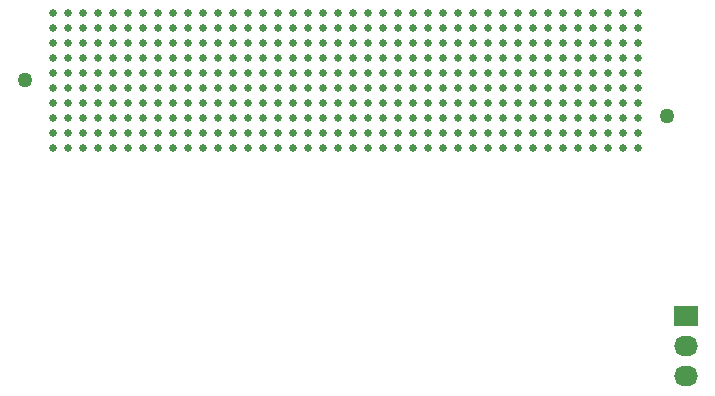
<source format=gbs>
G04 #@! TF.FileFunction,Soldermask,Bot*
%FSLAX46Y46*%
G04 Gerber Fmt 4.6, Leading zero omitted, Abs format (unit mm)*
G04 Created by KiCad (PCBNEW 4.0.4-stable) date Mon Nov 14 15:58:05 2016*
%MOMM*%
%LPD*%
G01*
G04 APERTURE LIST*
%ADD10C,0.100000*%
%ADD11C,0.635000*%
%ADD12C,1.270000*%
%ADD13R,2.032000X1.727200*%
%ADD14O,2.032000X1.727200*%
G04 APERTURE END LIST*
D10*
D11*
X173895000Y-80275000D03*
X173895000Y-81545000D03*
X173895000Y-82815000D03*
X173895000Y-84085000D03*
X173895000Y-85355000D03*
X173895000Y-86625000D03*
X173895000Y-87895000D03*
X173895000Y-89165000D03*
X173895000Y-90435000D03*
X173895000Y-91705000D03*
X175165000Y-80275000D03*
X175165000Y-81545000D03*
X175165000Y-82815000D03*
X175165000Y-84085000D03*
X175165000Y-85355000D03*
X175165000Y-86625000D03*
X175165000Y-87895000D03*
X175165000Y-89165000D03*
X175165000Y-90435000D03*
X175165000Y-91705000D03*
X176435000Y-80275000D03*
X176435000Y-81545000D03*
X176435000Y-82815000D03*
X176435000Y-84085000D03*
X176435000Y-85355000D03*
X176435000Y-86625000D03*
X176435000Y-87895000D03*
X176435000Y-89165000D03*
X176435000Y-90435000D03*
X176435000Y-91705000D03*
X177705000Y-80275000D03*
X177705000Y-81545000D03*
X177705000Y-82815000D03*
X177705000Y-84085000D03*
X177705000Y-85355000D03*
X177705000Y-86625000D03*
X177705000Y-87895000D03*
X177705000Y-89165000D03*
X177705000Y-90435000D03*
X177705000Y-91705000D03*
X178975000Y-80275000D03*
X178975000Y-81545000D03*
X178975000Y-82815000D03*
X178975000Y-84085000D03*
X178975000Y-85355000D03*
X178975000Y-86625000D03*
X178975000Y-87895000D03*
X178975000Y-89165000D03*
X178975000Y-90435000D03*
X178975000Y-91705000D03*
X180245000Y-80275000D03*
X180245000Y-81545000D03*
X180245000Y-82815000D03*
X180245000Y-84085000D03*
X180245000Y-85355000D03*
X180245000Y-86625000D03*
X180245000Y-87895000D03*
X180245000Y-89165000D03*
X180245000Y-90435000D03*
X180245000Y-91705000D03*
X181515000Y-80275000D03*
X181515000Y-81545000D03*
X181515000Y-82815000D03*
X181515000Y-84085000D03*
X181515000Y-85355000D03*
X181515000Y-86625000D03*
X181515000Y-87895000D03*
X181515000Y-89165000D03*
X181515000Y-90435000D03*
X181515000Y-91705000D03*
X182785000Y-80275000D03*
X182785000Y-81545000D03*
X182785000Y-82815000D03*
X182785000Y-84085000D03*
X182785000Y-85355000D03*
X182785000Y-86625000D03*
X182785000Y-87895000D03*
X182785000Y-89165000D03*
X182785000Y-90435000D03*
X182785000Y-91705000D03*
X184055000Y-80275000D03*
X184055000Y-81545000D03*
X184055000Y-82815000D03*
X184055000Y-84085000D03*
X184055000Y-85355000D03*
X184055000Y-86625000D03*
X184055000Y-87895000D03*
X184055000Y-89165000D03*
X184055000Y-90435000D03*
X184055000Y-91705000D03*
X185325000Y-80275000D03*
X185325000Y-81545000D03*
X185325000Y-82815000D03*
X185325000Y-84085000D03*
X185325000Y-85355000D03*
X185325000Y-86625000D03*
X185325000Y-87895000D03*
X185325000Y-89165000D03*
X185325000Y-90435000D03*
X185325000Y-91705000D03*
X186595000Y-80275000D03*
X186595000Y-81545000D03*
X186595000Y-82815000D03*
X186595000Y-84085000D03*
X186595000Y-85355000D03*
X186595000Y-86625000D03*
X186595000Y-87895000D03*
X186595000Y-89165000D03*
X186595000Y-90435000D03*
X186595000Y-91705000D03*
X187865000Y-80275000D03*
X187865000Y-81545000D03*
X187865000Y-82815000D03*
X187865000Y-84085000D03*
X187865000Y-85355000D03*
X187865000Y-86625000D03*
X187865000Y-87895000D03*
X187865000Y-89165000D03*
X187865000Y-90435000D03*
X187865000Y-91705000D03*
X189135000Y-80275000D03*
X189135000Y-81545000D03*
X189135000Y-82815000D03*
X189135000Y-84085000D03*
X189135000Y-85355000D03*
X189135000Y-86625000D03*
X189135000Y-87895000D03*
X189135000Y-89165000D03*
X189135000Y-90435000D03*
X189135000Y-91705000D03*
X190405000Y-80275000D03*
X190405000Y-81545000D03*
X190405000Y-82815000D03*
X190405000Y-84085000D03*
X190405000Y-85355000D03*
X190405000Y-86625000D03*
X190405000Y-87895000D03*
X190405000Y-89165000D03*
X190405000Y-90435000D03*
X190405000Y-91705000D03*
X191675000Y-80275000D03*
X191675000Y-81545000D03*
X191675000Y-82815000D03*
X191675000Y-84085000D03*
X191675000Y-85355000D03*
X191675000Y-86625000D03*
X191675000Y-87895000D03*
X191675000Y-89165000D03*
X191675000Y-90435000D03*
X191675000Y-91705000D03*
X192945000Y-80275000D03*
X192945000Y-81545000D03*
X192945000Y-82815000D03*
X192945000Y-84085000D03*
X192945000Y-85355000D03*
X192945000Y-86625000D03*
X192945000Y-87895000D03*
X192945000Y-89165000D03*
X192945000Y-90435000D03*
X192945000Y-91705000D03*
X194215000Y-80275000D03*
X194215000Y-81545000D03*
X194215000Y-82815000D03*
X194215000Y-84085000D03*
X194215000Y-85355000D03*
X194215000Y-86625000D03*
X194215000Y-87895000D03*
X194215000Y-89165000D03*
X194215000Y-90435000D03*
X194215000Y-91705000D03*
X195485000Y-80275000D03*
X195485000Y-81545000D03*
X195485000Y-82815000D03*
X195485000Y-84085000D03*
X195485000Y-85355000D03*
X195485000Y-86625000D03*
X195485000Y-87895000D03*
X195485000Y-89165000D03*
X195485000Y-90435000D03*
X195485000Y-91705000D03*
X196755000Y-80275000D03*
X196755000Y-81545000D03*
X196755000Y-82815000D03*
X196755000Y-84085000D03*
X196755000Y-85355000D03*
X196755000Y-86625000D03*
X196755000Y-87895000D03*
X196755000Y-89165000D03*
X196755000Y-90435000D03*
X196755000Y-91705000D03*
X198025000Y-80275000D03*
X198025000Y-81545000D03*
X198025000Y-82815000D03*
X198025000Y-84085000D03*
X198025000Y-85355000D03*
X198025000Y-86625000D03*
X198025000Y-87895000D03*
X198025000Y-89165000D03*
X198025000Y-90435000D03*
X198025000Y-91705000D03*
X199295000Y-80275000D03*
X199295000Y-81545000D03*
X199295000Y-82815000D03*
X199295000Y-84085000D03*
X199295000Y-85355000D03*
X199295000Y-86625000D03*
X199295000Y-87895000D03*
X199295000Y-89165000D03*
X199295000Y-90435000D03*
X199295000Y-91705000D03*
X200565000Y-80275000D03*
X200565000Y-81545000D03*
X200565000Y-82815000D03*
X200565000Y-84085000D03*
X200565000Y-85355000D03*
X200565000Y-86625000D03*
X200565000Y-87895000D03*
X200565000Y-89165000D03*
X200565000Y-90435000D03*
X200565000Y-91705000D03*
X201835000Y-80275000D03*
X201835000Y-81545000D03*
X201835000Y-82815000D03*
X201835000Y-84085000D03*
X201835000Y-85355000D03*
X201835000Y-86625000D03*
X201835000Y-87895000D03*
X201835000Y-89165000D03*
X201835000Y-90435000D03*
X201835000Y-91705000D03*
X203105000Y-80275000D03*
X203105000Y-81545000D03*
X203105000Y-82815000D03*
X203105000Y-84085000D03*
X203105000Y-85355000D03*
X203105000Y-86625000D03*
X203105000Y-87895000D03*
X203105000Y-89165000D03*
X203105000Y-90435000D03*
X203105000Y-91705000D03*
X204375000Y-80275000D03*
X204375000Y-81545000D03*
X204375000Y-82815000D03*
X204375000Y-84085000D03*
X204375000Y-85355000D03*
X204375000Y-86625000D03*
X204375000Y-87895000D03*
X204375000Y-89165000D03*
X204375000Y-90435000D03*
X204375000Y-91705000D03*
X205645000Y-80275000D03*
X205645000Y-81545000D03*
X205645000Y-82815000D03*
X205645000Y-84085000D03*
X205645000Y-85355000D03*
X205645000Y-86625000D03*
X205645000Y-87895000D03*
X205645000Y-89165000D03*
X205645000Y-90435000D03*
X205645000Y-91705000D03*
X206915000Y-80275000D03*
X206915000Y-81545000D03*
X206915000Y-82815000D03*
X206915000Y-84085000D03*
X206915000Y-85355000D03*
X206915000Y-86625000D03*
X206915000Y-87895000D03*
X206915000Y-89165000D03*
X206915000Y-90435000D03*
X206915000Y-91705000D03*
X208185000Y-80275000D03*
X208185000Y-81545000D03*
X208185000Y-82815000D03*
X208185000Y-84085000D03*
X208185000Y-85355000D03*
X208185000Y-86625000D03*
X208185000Y-87895000D03*
X208185000Y-89165000D03*
X208185000Y-90435000D03*
X208185000Y-91705000D03*
X209455000Y-80275000D03*
X209455000Y-81545000D03*
X209455000Y-82815000D03*
X209455000Y-84085000D03*
X209455000Y-85355000D03*
X209455000Y-86625000D03*
X209455000Y-87895000D03*
X209455000Y-89165000D03*
X209455000Y-90435000D03*
X209455000Y-91705000D03*
X210725000Y-80275000D03*
X210725000Y-81545000D03*
X210725000Y-82815000D03*
X210725000Y-84085000D03*
X210725000Y-85355000D03*
X210725000Y-86625000D03*
X210725000Y-87895000D03*
X210725000Y-89165000D03*
X210725000Y-90435000D03*
X210725000Y-91705000D03*
X211995000Y-80275000D03*
X211995000Y-81545000D03*
X211995000Y-82815000D03*
X211995000Y-84085000D03*
X211995000Y-85355000D03*
X211995000Y-86625000D03*
X211995000Y-87895000D03*
X211995000Y-89165000D03*
X211995000Y-90435000D03*
X211995000Y-91705000D03*
X213265000Y-80275000D03*
X213265000Y-81545000D03*
X213265000Y-82815000D03*
X213265000Y-84085000D03*
X213265000Y-85355000D03*
X213265000Y-86625000D03*
X213265000Y-87895000D03*
X213265000Y-89165000D03*
X213265000Y-90435000D03*
X213265000Y-91705000D03*
X214535000Y-80275000D03*
X214535000Y-81545000D03*
X214535000Y-82815000D03*
X214535000Y-84085000D03*
X214535000Y-85355000D03*
X214535000Y-86625000D03*
X214535000Y-87895000D03*
X214535000Y-89165000D03*
X214535000Y-90435000D03*
X214535000Y-91705000D03*
X215805000Y-80275000D03*
X215805000Y-81545000D03*
X215805000Y-82815000D03*
X215805000Y-84085000D03*
X215805000Y-85355000D03*
X215805000Y-86625000D03*
X215805000Y-87895000D03*
X215805000Y-89165000D03*
X215805000Y-90435000D03*
X215805000Y-91705000D03*
X217075000Y-80275000D03*
X217075000Y-81545000D03*
X217075000Y-82815000D03*
X217075000Y-84085000D03*
X217075000Y-85355000D03*
X217075000Y-86625000D03*
X217075000Y-87895000D03*
X217075000Y-89165000D03*
X217075000Y-90435000D03*
X217075000Y-91705000D03*
X218345000Y-80275000D03*
X218345000Y-81545000D03*
X218345000Y-82815000D03*
X218345000Y-84085000D03*
X218345000Y-85355000D03*
X218345000Y-86625000D03*
X218345000Y-87895000D03*
X218345000Y-89165000D03*
X218345000Y-90435000D03*
X218345000Y-91705000D03*
X219615000Y-80275000D03*
X219615000Y-81545000D03*
X219615000Y-82815000D03*
X219615000Y-84085000D03*
X219615000Y-85355000D03*
X219615000Y-86625000D03*
X219615000Y-87895000D03*
X219615000Y-89165000D03*
X219615000Y-90435000D03*
X219615000Y-91705000D03*
X220885000Y-80275000D03*
X220885000Y-81545000D03*
X220885000Y-82815000D03*
X220885000Y-84085000D03*
X220885000Y-85355000D03*
X220885000Y-86625000D03*
X220885000Y-87895000D03*
X220885000Y-89165000D03*
X220885000Y-90435000D03*
X220885000Y-91705000D03*
X222155000Y-80275000D03*
X222155000Y-81545000D03*
X222155000Y-82815000D03*
X222155000Y-84085000D03*
X222155000Y-85355000D03*
X222155000Y-86625000D03*
X222155000Y-87895000D03*
X222155000Y-89165000D03*
X222155000Y-90435000D03*
X222155000Y-91705000D03*
X223425000Y-80275000D03*
X223425000Y-81545000D03*
X223425000Y-82815000D03*
X223425000Y-84085000D03*
X223425000Y-85355000D03*
X223425000Y-86625000D03*
X223425000Y-87895000D03*
X223425000Y-89165000D03*
X223425000Y-90435000D03*
X223425000Y-91705000D03*
D12*
X171470000Y-85990000D03*
X225850000Y-89040000D03*
D13*
X227500000Y-106000000D03*
D14*
X227500000Y-108540000D03*
X227500000Y-111080000D03*
M02*

</source>
